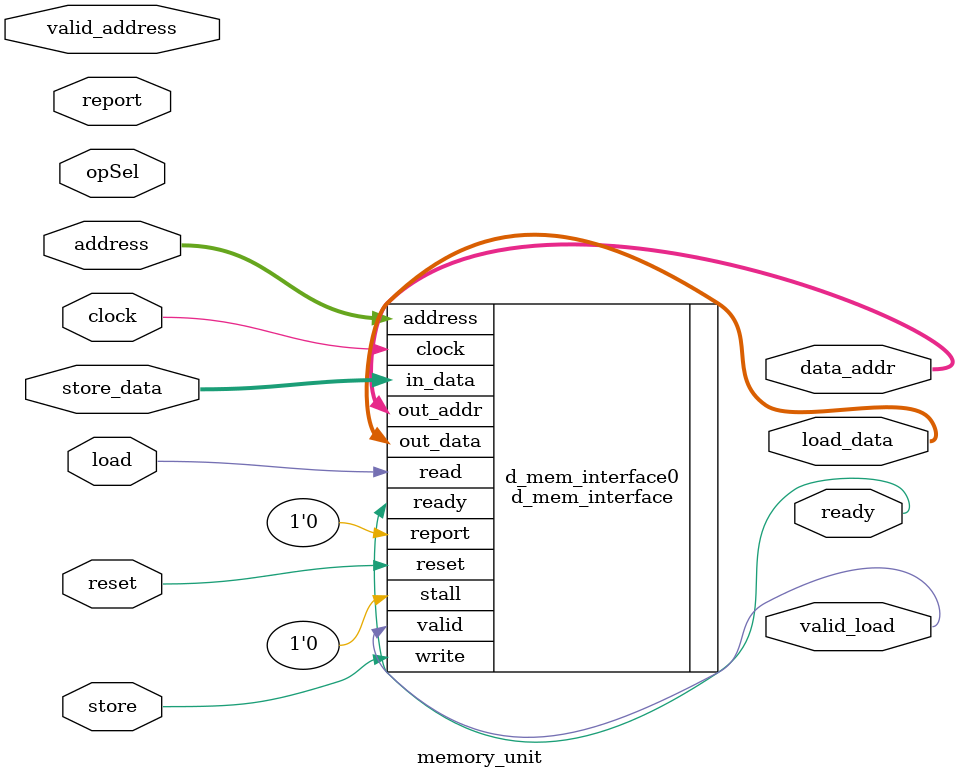
<source format=v>
/** @module : memory
 *  @author : Adaptive & Secure Computing Systems (ASCS) Laboratory

 *  Copyright (c) 2018 BRISC-V (ASCS/ECE/BU)
 *  Permission is hereby granted, free of charge, to any person obtaining a copy
 *  of this software and associated documentation files (the "Software"), to deal
 *  in the Software without restriction, including without limitation the rights
 *  to use, copy, modify, merge, publish, distribute, sublicense, and/or sell
 *  copies of the Software, and to permit persons to whom the Software is
 *  furnished to do so, subject to the following conditions:
 *  The above copyright notice and this permission notice shall be included in
 *  all copies or substantial portions of the Software.

 *  THE SOFTWARE IS PROVIDED "AS IS", WITHOUT WARRANTY OF ANY KIND, EXPRESS OR
 *  IMPLIED, INCLUDING BUT NOT LIMITED TO THE WARRANTIES OF MERCHANTABILITY,
 *  FITNESS FOR A PARTICULAR PURPOSE AND NONINFRINGEMENT. IN NO EVENT SHALL THE
 *  AUTHORS OR COPYRIGHT HOLDERS BE LIABLE FOR ANY CLAIM, DAMAGES OR OTHER
 *  LIABILITY, WHETHER IN AN ACTION OF CONTRACT, TORT OR OTHERWISE, ARISING FROM,
 *  OUT OF OR IN CONNECTION WITH THE SOFTWARE OR THE USE OR OTHER DEALINGS IN
 *  THE SOFTWARE.
 */

module memory_unit #(
    parameter CORE = 0,
    parameter DATA_WIDTH = 32,
    parameter INDEX_BITS = 6,
    parameter OFFSET_BITS = 3,
    parameter ADDRESS_BITS = 20,
    parameter PRINT_CYCLES_MIN = 1,
    parameter PRINT_CYCLES_MAX = 1000
) (

    input clock,
    input reset,
    input load,
    input store,
    input opSel,
    input [ADDRESS_BITS-1:0] address,
    input [DATA_WIDTH-1:0] store_data,
    input valid_address,
    
    output [ADDRESS_BITS-1:0] data_addr,
    output [DATA_WIDTH-1:0] load_data,
    output valid_load,
    output ready,
    input report
 
);

// or load and sotre and call it valid address

d_mem_interface #(
    .CORE(CORE),
    .DATA_WIDTH(DATA_WIDTH),
    .INDEX_BITS(INDEX_BITS),
    .OFFSET_BITS(OFFSET_BITS),
    .ADDRESS_BITS(ADDRESS_BITS)
) d_mem_interface0 (
    .clock(clock),
    .reset(reset),
    .stall(1'b0),
    .read(load),
    .write(store),
    .address(address),
    .in_data(store_data),
    .out_addr(data_addr),
    .out_data(load_data),
    .valid(valid_load),
    .ready(ready),
    .report(1'b0)
);



reg [31: 0] cycles;
always @ (posedge clock) begin
    cycles <= reset? 0 : cycles + 1;
    //if (report & ((cycles >=  PRINT_CYCLES_MIN) & (cycles < PRINT_CYCLES_MAX +1)))begin
    if (report)begin
        $display ("------ Core %d Memory Unit - Current Cycle %d -------", CORE, cycles);
        $display ("| Address     [%h]", address);
        $display ("| Load        [%b]", load);
        $display ("| Data Address[%h]", data_addr);
        $display ("| Load Data   [%h]", load_data);
        $display ("| Store       [%b]", store);
        $display ("| Store Data  [%h]", store_data);
        $display ("| Ready       [%b]", ready);
        $display ("| Valid       [%b]", valid_load);
        $display ("----------------------------------------------------------------------");
    end
end

endmodule

</source>
